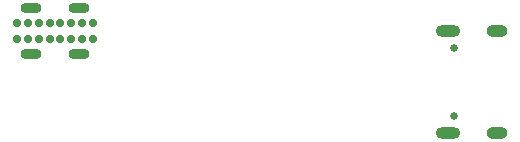
<source format=gbs>
G04 #@! TF.GenerationSoftware,KiCad,Pcbnew,8.0.3*
G04 #@! TF.CreationDate,2024-07-02T16:51:36-07:00*
G04 #@! TF.ProjectId,canary,63616e61-7279-42e6-9b69-6361645f7063,rev?*
G04 #@! TF.SameCoordinates,PX2faf080PY2faf080*
G04 #@! TF.FileFunction,Soldermask,Bot*
G04 #@! TF.FilePolarity,Negative*
%FSLAX46Y46*%
G04 Gerber Fmt 4.6, Leading zero omitted, Abs format (unit mm)*
G04 Created by KiCad (PCBNEW 8.0.3) date 2024-07-02 16:51:36*
%MOMM*%
%LPD*%
G01*
G04 APERTURE LIST*
%ADD10C,0.700000*%
%ADD11O,1.800000X0.900000*%
%ADD12C,0.650000*%
%ADD13O,2.100000X1.000000*%
%ADD14O,1.800000X1.000000*%
G04 APERTURE END LIST*
D10*
X35750000Y-23300000D03*
X36700000Y-23300000D03*
X37650000Y-23300000D03*
X38550000Y-23300000D03*
X39450000Y-23300000D03*
X40350000Y-23300000D03*
X41300000Y-23300000D03*
X42250000Y-23300000D03*
X42250000Y-24700000D03*
X41300000Y-24700000D03*
X40350000Y-24700000D03*
X39450000Y-24700000D03*
X38550000Y-24700000D03*
X37650000Y-24700000D03*
X36700000Y-24700000D03*
X35750000Y-24700000D03*
D11*
X37000000Y-22070000D03*
X37000000Y-25930000D03*
X41000000Y-22070000D03*
X41000000Y-25930000D03*
D12*
X72815000Y-31190000D03*
X72815000Y-25410000D03*
D13*
X72315000Y-32620000D03*
X72315000Y-23980000D03*
D14*
X76465000Y-32620000D03*
X76465000Y-23980000D03*
M02*

</source>
